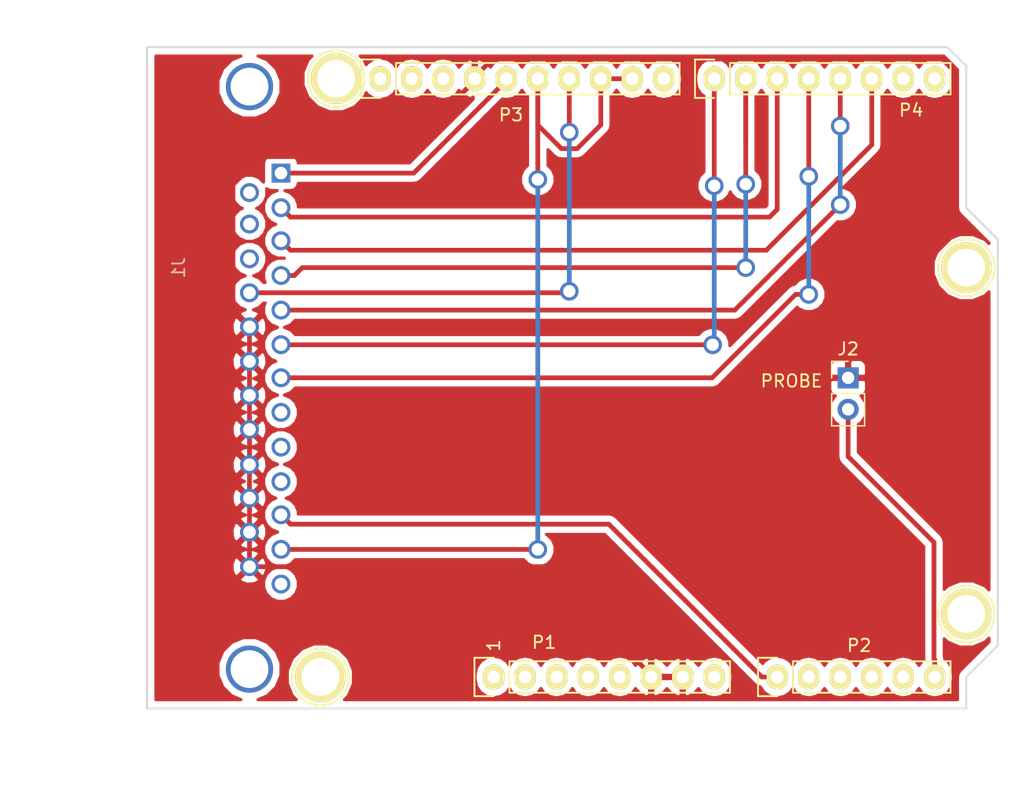
<source format=kicad_pcb>
(kicad_pcb (version 20170123) (host pcbnew "(2017-06-11 revision 44b118f8c)-makepkg")

  (general
    (links 24)
    (no_connects 0)
    (area 28.655518 19.685 111.842334 83.185001)
    (thickness 1.6)
    (drawings 27)
    (tracks 92)
    (zones 0)
    (modules 10)
    (nets 40)
  )

  (page User 210.007 148.006)
  (title_block
    (date 2017-06-10)
  )

  (layers
    (0 F.Cu signal)
    (31 B.Cu signal)
    (32 B.Adhes user)
    (33 F.Adhes user)
    (34 B.Paste user)
    (35 F.Paste user)
    (36 B.SilkS user)
    (37 F.SilkS user)
    (38 B.Mask user)
    (39 F.Mask user)
    (40 Dwgs.User user)
    (41 Cmts.User user)
    (42 Eco1.User user)
    (43 Eco2.User user)
    (44 Edge.Cuts user)
    (45 Margin user)
    (46 B.CrtYd user)
    (47 F.CrtYd user)
    (48 B.Fab user)
    (49 F.Fab user)
  )

  (setup
    (last_trace_width 0.381)
    (trace_clearance 0.381)
    (zone_clearance 0.508)
    (zone_45_only no)
    (trace_min 0.2)
    (segment_width 0.15)
    (edge_width 0.15)
    (via_size 1.5)
    (via_drill 1)
    (via_min_size 0.4)
    (via_min_drill 0.3)
    (uvia_size 0.3)
    (uvia_drill 0.1)
    (uvias_allowed no)
    (uvia_min_size 0.2)
    (uvia_min_drill 0.1)
    (pcb_text_width 0.3)
    (pcb_text_size 1.5 1.5)
    (mod_edge_width 0.15)
    (mod_text_size 1 1)
    (mod_text_width 0.15)
    (pad_size 4.064 4.064)
    (pad_drill 3.048)
    (pad_to_mask_clearance 0)
    (aux_axis_origin 110.998 126.365)
    (grid_origin 110.998 126.365)
    (visible_elements 7FFFFFFF)
    (pcbplotparams
      (layerselection 0x03030_ffffffff)
      (usegerberextensions false)
      (excludeedgelayer true)
      (linewidth 0.100000)
      (plotframeref false)
      (viasonmask false)
      (mode 1)
      (useauxorigin false)
      (hpglpennumber 1)
      (hpglpenspeed 20)
      (hpglpendiameter 15)
      (psnegative false)
      (psa4output false)
      (plotreference true)
      (plotvalue true)
      (plotinvisibletext false)
      (padsonsilk false)
      (subtractmaskfromsilk false)
      (outputformat 1)
      (mirror false)
      (drillshape 0)
      (scaleselection 1)
      (outputdirectory gc/))
  )

  (net 0 "")
  (net 1 /IOREF)
  (net 2 /Reset)
  (net 3 +5V)
  (net 4 GND)
  (net 5 /Vin)
  (net 6 "Net-(P5-Pad1)")
  (net 7 "Net-(P6-Pad1)")
  (net 8 "Net-(P7-Pad1)")
  (net 9 "Net-(P8-Pad1)")
  (net 10 "Net-(P1-Pad1)")
  (net 11 +3V3)
  (net 12 Spindle_PWM)
  (net 13 "Relay3(not_used)")
  (net 14 "IN(not_used)")
  (net 15 "Relay2(not_used)")
  (net 16 "RefSwitch4(not_used)")
  (net 17 RefSwitchXYZ)
  (net 18 EmergencyStop)
  (net 19 "Step4(not_used)")
  (net 20 "Dir4(not_used)")
  (net 21 StepZ)
  (net 22 DirZ)
  (net 23 StepY)
  (net 24 DirY)
  (net 25 StepX)
  (net 26 DirX)
  (net 27 Spindle_Enable)
  (net 28 "Feed_Hold(not_used)")
  (net 29 "Cycle_Start/Resume(not_used)")
  (net 30 "Coolant_Enable(not_used)")
  (net 31 "Net-(P2-Pad5)")
  (net 32 "Net-(P3-Pad1)")
  (net 33 "Net-(P3-Pad2)")
  (net 34 "Net-(P3-Pad3)")
  (net 35 "Stepper_Enable(not_used)")
  (net 36 "Net-(P4-Pad7)")
  (net 37 "Net-(P4-Pad8)")
  (net 38 "ToolLength(not_used)")
  (net 39 Probe)

  (net_class Default "This is the default net class."
    (clearance 0.381)
    (trace_width 0.381)
    (via_dia 1.5)
    (via_drill 1)
    (uvia_dia 0.3)
    (uvia_drill 0.1)
    (add_net +3V3)
    (add_net +5V)
    (add_net /IOREF)
    (add_net /Reset)
    (add_net /Vin)
    (add_net "Coolant_Enable(not_used)")
    (add_net "Cycle_Start/Resume(not_used)")
    (add_net "Dir4(not_used)")
    (add_net DirX)
    (add_net DirY)
    (add_net DirZ)
    (add_net EmergencyStop)
    (add_net "Feed_Hold(not_used)")
    (add_net GND)
    (add_net "IN(not_used)")
    (add_net "Net-(P1-Pad1)")
    (add_net "Net-(P2-Pad5)")
    (add_net "Net-(P3-Pad1)")
    (add_net "Net-(P3-Pad2)")
    (add_net "Net-(P3-Pad3)")
    (add_net "Net-(P4-Pad7)")
    (add_net "Net-(P4-Pad8)")
    (add_net "Net-(P5-Pad1)")
    (add_net "Net-(P6-Pad1)")
    (add_net "Net-(P7-Pad1)")
    (add_net "Net-(P8-Pad1)")
    (add_net Probe)
    (add_net "RefSwitch4(not_used)")
    (add_net RefSwitchXYZ)
    (add_net "Relay2(not_used)")
    (add_net "Relay3(not_used)")
    (add_net Spindle_Enable)
    (add_net Spindle_PWM)
    (add_net "Step4(not_used)")
    (add_net StepX)
    (add_net StepY)
    (add_net StepZ)
    (add_net "Stepper_Enable(not_used)")
    (add_net "ToolLength(not_used)")
  )

  (module Pin_Headers:Pin_Header_Straight_1x02_Pitch2.54mm (layer F.Cu) (tedit 593DF7BF) (tstamp 593D7B02)
    (at 97.028 50.165)
    (descr "Through hole straight pin header, 1x02, 2.54mm pitch, single row")
    (tags "Through hole pin header THT 1x02 2.54mm single row")
    (path /593D487A)
    (fp_text reference J2 (at 0 -2.33) (layer F.SilkS)
      (effects (font (size 1 1) (thickness 0.15)))
    )
    (fp_text value PROBE (at -4.572 0.254) (layer F.SilkS)
      (effects (font (size 1 1) (thickness 0.15)))
    )
    (fp_text user %R (at 0 -2.33) (layer F.Fab)
      (effects (font (size 1 1) (thickness 0.15)))
    )
    (fp_line (start 1.8 -1.8) (end -1.8 -1.8) (layer F.CrtYd) (width 0.05))
    (fp_line (start 1.8 4.35) (end 1.8 -1.8) (layer F.CrtYd) (width 0.05))
    (fp_line (start -1.8 4.35) (end 1.8 4.35) (layer F.CrtYd) (width 0.05))
    (fp_line (start -1.8 -1.8) (end -1.8 4.35) (layer F.CrtYd) (width 0.05))
    (fp_line (start -1.33 -1.33) (end 0 -1.33) (layer F.SilkS) (width 0.12))
    (fp_line (start -1.33 0) (end -1.33 -1.33) (layer F.SilkS) (width 0.12))
    (fp_line (start 1.33 1.27) (end -1.33 1.27) (layer F.SilkS) (width 0.12))
    (fp_line (start 1.33 3.87) (end 1.33 1.27) (layer F.SilkS) (width 0.12))
    (fp_line (start -1.33 3.87) (end 1.33 3.87) (layer F.SilkS) (width 0.12))
    (fp_line (start -1.33 1.27) (end -1.33 3.87) (layer F.SilkS) (width 0.12))
    (fp_line (start 1.27 -1.27) (end -1.27 -1.27) (layer F.Fab) (width 0.1))
    (fp_line (start 1.27 3.81) (end 1.27 -1.27) (layer F.Fab) (width 0.1))
    (fp_line (start -1.27 3.81) (end 1.27 3.81) (layer F.Fab) (width 0.1))
    (fp_line (start -1.27 -1.27) (end -1.27 3.81) (layer F.Fab) (width 0.1))
    (pad 2 thru_hole oval (at 0 2.54) (size 1.7 1.7) (drill 1) (layers *.Cu *.Mask)
      (net 39 Probe))
    (pad 1 thru_hole rect (at 0 0) (size 1.7 1.7) (drill 1) (layers *.Cu *.Mask)
      (net 4 GND))
    (model ${KISYS3DMOD}/Pin_Headers.3dshapes/Pin_Header_Straight_1x02_Pitch2.54mm.wrl
      (at (xyz 0 -0.05 0))
      (scale (xyz 1 1 1))
      (rotate (xyz 0 0 90))
    )
  )

  (module Socket_Arduino_Uno:Socket_Strip_Arduino_1x08 locked (layer F.Cu) (tedit 552168D2) (tstamp 551AF9EA)
    (at 68.453 74.295)
    (descr "Through hole socket strip")
    (tags "socket strip")
    (path /56D70129)
    (fp_text reference P1 (at 4.064 -2.794) (layer F.SilkS)
      (effects (font (size 1 1) (thickness 0.15)))
    )
    (fp_text value Power (at 3.937 -4.953) (layer F.Fab)
      (effects (font (size 1 1) (thickness 0.15)))
    )
    (fp_line (start -1.75 -1.75) (end -1.75 1.75) (layer F.CrtYd) (width 0.05))
    (fp_line (start 19.55 -1.75) (end 19.55 1.75) (layer F.CrtYd) (width 0.05))
    (fp_line (start -1.75 -1.75) (end 19.55 -1.75) (layer F.CrtYd) (width 0.05))
    (fp_line (start -1.75 1.75) (end 19.55 1.75) (layer F.CrtYd) (width 0.05))
    (fp_line (start 1.27 1.27) (end 19.05 1.27) (layer F.SilkS) (width 0.15))
    (fp_line (start 19.05 1.27) (end 19.05 -1.27) (layer F.SilkS) (width 0.15))
    (fp_line (start 19.05 -1.27) (end 1.27 -1.27) (layer F.SilkS) (width 0.15))
    (fp_line (start -1.55 1.55) (end 0 1.55) (layer F.SilkS) (width 0.15))
    (fp_line (start 1.27 1.27) (end 1.27 -1.27) (layer F.SilkS) (width 0.15))
    (fp_line (start 0 -1.55) (end -1.55 -1.55) (layer F.SilkS) (width 0.15))
    (fp_line (start -1.55 -1.55) (end -1.55 1.55) (layer F.SilkS) (width 0.15))
    (pad 1 thru_hole oval (at 0 0) (size 1.7272 2.032) (drill 1.016) (layers *.Cu *.Mask F.SilkS)
      (net 10 "Net-(P1-Pad1)"))
    (pad 2 thru_hole oval (at 2.54 0) (size 1.7272 2.032) (drill 1.016) (layers *.Cu *.Mask F.SilkS)
      (net 1 /IOREF))
    (pad 3 thru_hole oval (at 5.08 0) (size 1.7272 2.032) (drill 1.016) (layers *.Cu *.Mask F.SilkS)
      (net 2 /Reset))
    (pad 4 thru_hole oval (at 7.62 0) (size 1.7272 2.032) (drill 1.016) (layers *.Cu *.Mask F.SilkS)
      (net 11 +3V3))
    (pad 5 thru_hole oval (at 10.16 0) (size 1.7272 2.032) (drill 1.016) (layers *.Cu *.Mask F.SilkS)
      (net 3 +5V))
    (pad 6 thru_hole oval (at 12.7 0) (size 1.7272 2.032) (drill 1.016) (layers *.Cu *.Mask F.SilkS)
      (net 4 GND))
    (pad 7 thru_hole oval (at 15.24 0) (size 1.7272 2.032) (drill 1.016) (layers *.Cu *.Mask F.SilkS)
      (net 4 GND))
    (pad 8 thru_hole oval (at 17.78 0) (size 1.7272 2.032) (drill 1.016) (layers *.Cu *.Mask F.SilkS)
      (net 5 /Vin))
    (model ${KIPRJMOD}/Socket_Arduino_Uno.3dshapes/Socket_header_Arduino_1x08.wrl
      (at (xyz 0.35 0 0))
      (scale (xyz 1 1 1))
      (rotate (xyz 0 0 180))
    )
  )

  (module Socket_Arduino_Uno:Socket_Strip_Arduino_1x06 locked (layer F.Cu) (tedit 552168D6) (tstamp 551AF9FF)
    (at 91.313 74.295)
    (descr "Through hole socket strip")
    (tags "socket strip")
    (path /56D70DD8)
    (fp_text reference P2 (at 6.604 -2.54) (layer F.SilkS)
      (effects (font (size 1 1) (thickness 0.15)))
    )
    (fp_text value Analog (at 4.953 -4.318) (layer F.Fab)
      (effects (font (size 1 1) (thickness 0.15)))
    )
    (fp_line (start -1.75 -1.75) (end -1.75 1.75) (layer F.CrtYd) (width 0.05))
    (fp_line (start 14.45 -1.75) (end 14.45 1.75) (layer F.CrtYd) (width 0.05))
    (fp_line (start -1.75 -1.75) (end 14.45 -1.75) (layer F.CrtYd) (width 0.05))
    (fp_line (start -1.75 1.75) (end 14.45 1.75) (layer F.CrtYd) (width 0.05))
    (fp_line (start 1.27 1.27) (end 13.97 1.27) (layer F.SilkS) (width 0.15))
    (fp_line (start 13.97 1.27) (end 13.97 -1.27) (layer F.SilkS) (width 0.15))
    (fp_line (start 13.97 -1.27) (end 1.27 -1.27) (layer F.SilkS) (width 0.15))
    (fp_line (start -1.55 1.55) (end 0 1.55) (layer F.SilkS) (width 0.15))
    (fp_line (start 1.27 1.27) (end 1.27 -1.27) (layer F.SilkS) (width 0.15))
    (fp_line (start 0 -1.55) (end -1.55 -1.55) (layer F.SilkS) (width 0.15))
    (fp_line (start -1.55 -1.55) (end -1.55 1.55) (layer F.SilkS) (width 0.15))
    (pad 1 thru_hole oval (at 0 0) (size 1.7272 2.032) (drill 1.016) (layers *.Cu *.Mask F.SilkS)
      (net 18 EmergencyStop))
    (pad 2 thru_hole oval (at 2.54 0) (size 1.7272 2.032) (drill 1.016) (layers *.Cu *.Mask F.SilkS)
      (net 28 "Feed_Hold(not_used)"))
    (pad 3 thru_hole oval (at 5.08 0) (size 1.7272 2.032) (drill 1.016) (layers *.Cu *.Mask F.SilkS)
      (net 29 "Cycle_Start/Resume(not_used)"))
    (pad 4 thru_hole oval (at 7.62 0) (size 1.7272 2.032) (drill 1.016) (layers *.Cu *.Mask F.SilkS)
      (net 30 "Coolant_Enable(not_used)"))
    (pad 5 thru_hole oval (at 10.16 0) (size 1.7272 2.032) (drill 1.016) (layers *.Cu *.Mask F.SilkS)
      (net 31 "Net-(P2-Pad5)"))
    (pad 6 thru_hole oval (at 12.7 0) (size 1.7272 2.032) (drill 1.016) (layers *.Cu *.Mask F.SilkS)
      (net 39 Probe))
    (model ${KIPRJMOD}/Socket_Arduino_Uno.3dshapes/Socket_header_Arduino_1x06.wrl
      (at (xyz 0.25 0 0))
      (scale (xyz 1 1 1))
      (rotate (xyz 0 0 180))
    )
  )

  (module Socket_Arduino_Uno:Socket_Strip_Arduino_1x10 locked (layer F.Cu) (tedit 552168BF) (tstamp 551AFA18)
    (at 59.309 26.035)
    (descr "Through hole socket strip")
    (tags "socket strip")
    (path /56D721E0)
    (fp_text reference P3 (at 10.541 2.921) (layer F.SilkS)
      (effects (font (size 1 1) (thickness 0.15)))
    )
    (fp_text value Digital (at 9.652 4.445) (layer F.Fab)
      (effects (font (size 1 1) (thickness 0.15)))
    )
    (fp_line (start -1.75 -1.75) (end -1.75 1.75) (layer F.CrtYd) (width 0.05))
    (fp_line (start 24.65 -1.75) (end 24.65 1.75) (layer F.CrtYd) (width 0.05))
    (fp_line (start -1.75 -1.75) (end 24.65 -1.75) (layer F.CrtYd) (width 0.05))
    (fp_line (start -1.75 1.75) (end 24.65 1.75) (layer F.CrtYd) (width 0.05))
    (fp_line (start 1.27 1.27) (end 24.13 1.27) (layer F.SilkS) (width 0.15))
    (fp_line (start 24.13 1.27) (end 24.13 -1.27) (layer F.SilkS) (width 0.15))
    (fp_line (start 24.13 -1.27) (end 1.27 -1.27) (layer F.SilkS) (width 0.15))
    (fp_line (start -1.55 1.55) (end 0 1.55) (layer F.SilkS) (width 0.15))
    (fp_line (start 1.27 1.27) (end 1.27 -1.27) (layer F.SilkS) (width 0.15))
    (fp_line (start 0 -1.55) (end -1.55 -1.55) (layer F.SilkS) (width 0.15))
    (fp_line (start -1.55 -1.55) (end -1.55 1.55) (layer F.SilkS) (width 0.15))
    (pad 1 thru_hole oval (at 0 0) (size 1.7272 2.032) (drill 1.016) (layers *.Cu *.Mask F.SilkS)
      (net 32 "Net-(P3-Pad1)"))
    (pad 2 thru_hole oval (at 2.54 0) (size 1.7272 2.032) (drill 1.016) (layers *.Cu *.Mask F.SilkS)
      (net 33 "Net-(P3-Pad2)"))
    (pad 3 thru_hole oval (at 5.08 0) (size 1.7272 2.032) (drill 1.016) (layers *.Cu *.Mask F.SilkS)
      (net 34 "Net-(P3-Pad3)"))
    (pad 4 thru_hole oval (at 7.62 0) (size 1.7272 2.032) (drill 1.016) (layers *.Cu *.Mask F.SilkS)
      (net 4 GND))
    (pad 5 thru_hole oval (at 10.16 0) (size 1.7272 2.032) (drill 1.016) (layers *.Cu *.Mask F.SilkS)
      (net 27 Spindle_Enable))
    (pad 6 thru_hole oval (at 12.7 0) (size 1.7272 2.032) (drill 1.016) (layers *.Cu *.Mask F.SilkS)
      (net 17 RefSwitchXYZ))
    (pad 7 thru_hole oval (at 15.24 0) (size 1.7272 2.032) (drill 1.016) (layers *.Cu *.Mask F.SilkS)
      (net 12 Spindle_PWM))
    (pad 8 thru_hole oval (at 17.78 0) (size 1.7272 2.032) (drill 1.016) (layers *.Cu *.Mask F.SilkS)
      (net 17 RefSwitchXYZ))
    (pad 9 thru_hole oval (at 20.32 0) (size 1.7272 2.032) (drill 1.016) (layers *.Cu *.Mask F.SilkS)
      (net 17 RefSwitchXYZ))
    (pad 10 thru_hole oval (at 22.86 0) (size 1.7272 2.032) (drill 1.016) (layers *.Cu *.Mask F.SilkS)
      (net 35 "Stepper_Enable(not_used)"))
    (model ${KIPRJMOD}/Socket_Arduino_Uno.3dshapes/Socket_header_Arduino_1x10.wrl
      (at (xyz 0.45 0 0))
      (scale (xyz 1 1 1))
      (rotate (xyz 0 0 180))
    )
  )

  (module Socket_Arduino_Uno:Socket_Strip_Arduino_1x08 locked (layer F.Cu) (tedit 552168C7) (tstamp 551AFA2F)
    (at 86.233 26.035)
    (descr "Through hole socket strip")
    (tags "socket strip")
    (path /56D7164F)
    (fp_text reference P4 (at 15.875 2.54) (layer F.SilkS)
      (effects (font (size 1 1) (thickness 0.15)))
    )
    (fp_text value Digital (at 15.875 4.445) (layer F.Fab)
      (effects (font (size 1 1) (thickness 0.15)))
    )
    (fp_line (start -1.75 -1.75) (end -1.75 1.75) (layer F.CrtYd) (width 0.05))
    (fp_line (start 19.55 -1.75) (end 19.55 1.75) (layer F.CrtYd) (width 0.05))
    (fp_line (start -1.75 -1.75) (end 19.55 -1.75) (layer F.CrtYd) (width 0.05))
    (fp_line (start -1.75 1.75) (end 19.55 1.75) (layer F.CrtYd) (width 0.05))
    (fp_line (start 1.27 1.27) (end 19.05 1.27) (layer F.SilkS) (width 0.15))
    (fp_line (start 19.05 1.27) (end 19.05 -1.27) (layer F.SilkS) (width 0.15))
    (fp_line (start 19.05 -1.27) (end 1.27 -1.27) (layer F.SilkS) (width 0.15))
    (fp_line (start -1.55 1.55) (end 0 1.55) (layer F.SilkS) (width 0.15))
    (fp_line (start 1.27 1.27) (end 1.27 -1.27) (layer F.SilkS) (width 0.15))
    (fp_line (start 0 -1.55) (end -1.55 -1.55) (layer F.SilkS) (width 0.15))
    (fp_line (start -1.55 -1.55) (end -1.55 1.55) (layer F.SilkS) (width 0.15))
    (pad 1 thru_hole oval (at 0 0) (size 1.7272 2.032) (drill 1.016) (layers *.Cu *.Mask F.SilkS)
      (net 22 DirZ))
    (pad 2 thru_hole oval (at 2.54 0) (size 1.7272 2.032) (drill 1.016) (layers *.Cu *.Mask F.SilkS)
      (net 24 DirY))
    (pad 3 thru_hole oval (at 5.08 0) (size 1.7272 2.032) (drill 1.016) (layers *.Cu *.Mask F.SilkS)
      (net 26 DirX))
    (pad 4 thru_hole oval (at 7.62 0) (size 1.7272 2.032) (drill 1.016) (layers *.Cu *.Mask F.SilkS)
      (net 21 StepZ))
    (pad 5 thru_hole oval (at 10.16 0) (size 1.7272 2.032) (drill 1.016) (layers *.Cu *.Mask F.SilkS)
      (net 23 StepY))
    (pad 6 thru_hole oval (at 12.7 0) (size 1.7272 2.032) (drill 1.016) (layers *.Cu *.Mask F.SilkS)
      (net 25 StepX))
    (pad 7 thru_hole oval (at 15.24 0) (size 1.7272 2.032) (drill 1.016) (layers *.Cu *.Mask F.SilkS)
      (net 36 "Net-(P4-Pad7)"))
    (pad 8 thru_hole oval (at 17.78 0) (size 1.7272 2.032) (drill 1.016) (layers *.Cu *.Mask F.SilkS)
      (net 37 "Net-(P4-Pad8)"))
    (model ${KIPRJMOD}/Socket_Arduino_Uno.3dshapes/Socket_header_Arduino_1x08.wrl
      (at (xyz 0.35 0 0))
      (scale (xyz 1 1 1))
      (rotate (xyz 0 0 180))
    )
  )

  (module Socket_Arduino_Uno:Arduino_1pin locked (layer F.Cu) (tedit 5524FC39) (tstamp 5524FC3F)
    (at 54.483 74.295)
    (descr "module 1 pin (ou trou mecanique de percage)")
    (tags DEV)
    (path /56D71177)
    (fp_text reference P5 (at 0 -3.048) (layer F.SilkS) hide
      (effects (font (size 1 1) (thickness 0.15)))
    )
    (fp_text value CONN_01X01 (at 0 2.794) (layer F.Fab) hide
      (effects (font (size 1 1) (thickness 0.15)))
    )
    (fp_circle (center 0 0) (end 0 -2.286) (layer F.SilkS) (width 0.15))
    (pad 1 thru_hole circle (at 0 0) (size 4.064 4.064) (drill 3.048) (layers *.Cu *.Mask F.SilkS)
      (net 6 "Net-(P5-Pad1)"))
  )

  (module Socket_Arduino_Uno:Arduino_1pin locked (layer F.Cu) (tedit 5524FC4A) (tstamp 5524FC44)
    (at 106.553 69.215)
    (descr "module 1 pin (ou trou mecanique de percage)")
    (tags DEV)
    (path /56D71274)
    (fp_text reference P6 (at 0 -3.048) (layer F.SilkS) hide
      (effects (font (size 1 1) (thickness 0.15)))
    )
    (fp_text value CONN_01X01 (at 0 2.794) (layer F.Fab) hide
      (effects (font (size 1 1) (thickness 0.15)))
    )
    (fp_circle (center 0 0) (end 0 -2.286) (layer F.SilkS) (width 0.15))
    (pad 1 thru_hole circle (at 0 0) (size 4.064 4.064) (drill 3.048) (layers *.Cu *.Mask F.SilkS)
      (net 7 "Net-(P6-Pad1)"))
  )

  (module Socket_Arduino_Uno:Arduino_1pin locked (layer F.Cu) (tedit 5524FC2F) (tstamp 5524FC49)
    (at 55.753 26.035)
    (descr "module 1 pin (ou trou mecanique de percage)")
    (tags DEV)
    (path /56D712A8)
    (fp_text reference P7 (at 0 -3.048) (layer F.SilkS) hide
      (effects (font (size 1 1) (thickness 0.15)))
    )
    (fp_text value CONN_01X01 (at 0 2.794) (layer F.Fab) hide
      (effects (font (size 1 1) (thickness 0.15)))
    )
    (fp_circle (center 0 0) (end 0 -2.286) (layer F.SilkS) (width 0.15))
    (pad 1 thru_hole circle (at 0 0) (size 4.064 4.064) (drill 3.048) (layers *.Cu *.Mask F.SilkS)
      (net 8 "Net-(P7-Pad1)"))
  )

  (module Socket_Arduino_Uno:Arduino_1pin locked (layer F.Cu) (tedit 5524FC41) (tstamp 5524FC4E)
    (at 106.553 41.275)
    (descr "module 1 pin (ou trou mecanique de percage)")
    (tags DEV)
    (path /56D712DB)
    (fp_text reference P8 (at 0 -3.048) (layer F.SilkS) hide
      (effects (font (size 1 1) (thickness 0.15)))
    )
    (fp_text value CONN_01X01 (at 0 2.794) (layer F.Fab) hide
      (effects (font (size 1 1) (thickness 0.15)))
    )
    (fp_circle (center 0 0) (end 0 -2.286) (layer F.SilkS) (width 0.15))
    (pad 1 thru_hole circle (at 0 0) (size 4.064 4.064) (drill 3.048) (layers *.Cu *.Mask F.SilkS)
      (net 9 "Net-(P8-Pad1)"))
  )

  (module Connectors:DB25FC (layer B.Cu) (tedit 593DE496) (tstamp 593D3A55)
    (at 51.308 33.65 270)
    (descr "Connecteur DB25 femelle couche")
    (tags "CONN DB25")
    (path /593C3D25)
    (fp_text reference J1 (at 7.625 8.255 270) (layer B.SilkS)
      (effects (font (size 1 1) (thickness 0.15)) (justify mirror))
    )
    (fp_text value "LPT Female Plug" (at 16.51 6.858 270) (layer B.Fab)
      (effects (font (size 1 1) (thickness 0.15)) (justify mirror))
    )
    (fp_line (start 43.43 -1.52) (end -10.41 -1.52) (layer B.CrtYd) (width 0.05))
    (fp_line (start 43.43 -1.52) (end 43.43 19.93) (layer B.CrtYd) (width 0.05))
    (fp_line (start -10.41 19.93) (end -10.41 -1.52) (layer B.CrtYd) (width 0.05))
    (fp_line (start -10.41 19.93) (end 43.43 19.93) (layer B.CrtYd) (width 0.05))
    (fp_line (start -10.16 -1.27) (end -2.54 -1.27) (layer B.Fab) (width 0.1))
    (fp_line (start -3.81 19.68) (end 36.83 19.68) (layer B.Fab) (width 0.1))
    (fp_line (start -3.81 9.53) (end 36.83 9.53) (layer B.Fab) (width 0.1))
    (fp_line (start 35.56 -1.27) (end 43.18 -1.27) (layer B.Fab) (width 0.1))
    (fp_line (start -10.16 12.7) (end 43.18 12.7) (layer B.Fab) (width 0.1))
    (fp_line (start -10.16 13.97) (end -10.16 12.7) (layer B.Fab) (width 0.1))
    (fp_line (start 43.18 13.97) (end -10.16 13.97) (layer B.Fab) (width 0.1))
    (fp_line (start 43.18 12.7) (end 43.18 13.97) (layer B.Fab) (width 0.1))
    (fp_line (start -3.81 19.68) (end -3.81 13.97) (layer B.Fab) (width 0.1))
    (fp_line (start 36.83 19.68) (end 36.83 13.97) (layer B.Fab) (width 0.1))
    (fp_line (start -3.81 9.53) (end -3.81 12.7) (layer B.Fab) (width 0.1))
    (fp_line (start 36.83 9.53) (end 36.83 12.7) (layer B.Fab) (width 0.1))
    (fp_line (start -10.16 7.62) (end -2.54 7.62) (layer B.Fab) (width 0.1))
    (fp_line (start 43.18 7.62) (end 35.56 7.62) (layer B.Fab) (width 0.1))
    (fp_line (start -10.16 -1.27) (end -10.16 12.7) (layer B.Fab) (width 0.1))
    (fp_line (start -2.54 7.62) (end -2.54 -1.27) (layer B.Fab) (width 0.1))
    (fp_line (start -4.44 12.7) (end -4.44 7.62) (layer B.Fab) (width 0.1))
    (fp_line (start 37.47 12.7) (end 37.47 7.62) (layer B.Fab) (width 0.1))
    (fp_line (start 35.56 7.62) (end 35.56 -1.27) (layer B.Fab) (width 0.1))
    (fp_line (start 43.18 12.7) (end 43.18 -1.27) (layer B.Fab) (width 0.1))
    (pad 25 thru_hole circle (at 31.75 2.54 270) (size 1.52 1.52) (drill 1.02) (layers *.Cu *.Mask)
      (net 4 GND))
    (pad 24 thru_hole circle (at 28.96 2.54 270) (size 1.52 1.52) (drill 1.02) (layers *.Cu *.Mask)
      (net 4 GND))
    (pad 23 thru_hole circle (at 26.21 2.54 270) (size 1.52 1.52) (drill 1.02) (layers *.Cu *.Mask)
      (net 4 GND))
    (pad 22 thru_hole circle (at 23.52 2.54 270) (size 1.52 1.52) (drill 1.02) (layers *.Cu *.Mask)
      (net 4 GND))
    (pad 21 thru_hole circle (at 20.68 2.54 270) (size 1.52 1.52) (drill 1.02) (layers *.Cu *.Mask)
      (net 4 GND))
    (pad 20 thru_hole circle (at 17.93 2.54 270) (size 1.52 1.52) (drill 1.02) (layers *.Cu *.Mask)
      (net 4 GND))
    (pad 19 thru_hole circle (at 15.19 2.54 270) (size 1.52 1.52) (drill 1.02) (layers *.Cu *.Mask)
      (net 4 GND))
    (pad 18 thru_hole circle (at 12.4 2.54 270) (size 1.52 1.52) (drill 1.02) (layers *.Cu *.Mask)
      (net 4 GND))
    (pad 17 thru_hole circle (at 9.65 2.54 270) (size 1.52 1.52) (drill 1.02) (layers *.Cu *.Mask)
      (net 12 Spindle_PWM))
    (pad 16 thru_hole circle (at 6.91 2.54 270) (size 1.52 1.52) (drill 1.02) (layers *.Cu *.Mask)
      (net 13 "Relay3(not_used)"))
    (pad 15 thru_hole circle (at 4.11 2.54 270) (size 1.52 1.52) (drill 1.02) (layers *.Cu *.Mask)
      (net 14 "IN(not_used)"))
    (pad 14 thru_hole circle (at 1.57 2.54 270) (size 1.52 1.52) (drill 1.02) (layers *.Cu *.Mask)
      (net 15 "Relay2(not_used)"))
    (pad 13 thru_hole circle (at 33.15 0 270) (size 1.52 1.52) (drill 1.02) (layers *.Cu *.Mask)
      (net 16 "RefSwitch4(not_used)"))
    (pad 12 thru_hole circle (at 30.35 0 270) (size 1.52 1.52) (drill 1.02) (layers *.Cu *.Mask)
      (net 17 RefSwitchXYZ))
    (pad 11 thru_hole circle (at 27.56 0 270) (size 1.52 1.52) (drill 1.02) (layers *.Cu *.Mask)
      (net 18 EmergencyStop))
    (pad 10 thru_hole circle (at 24.89 0 270) (size 1.52 1.52) (drill 1.02) (layers *.Cu *.Mask)
      (net 38 "ToolLength(not_used)"))
    (pad 9 thru_hole circle (at 22.1 0 270) (size 1.52 1.52) (drill 1.02) (layers *.Cu *.Mask)
      (net 19 "Step4(not_used)"))
    (pad 8 thru_hole circle (at 19.3 0 270) (size 1.52 1.52) (drill 1.02) (layers *.Cu *.Mask)
      (net 20 "Dir4(not_used)"))
    (pad 7 thru_hole circle (at 16.51 0 270) (size 1.52 1.52) (drill 1.02) (layers *.Cu *.Mask)
      (net 21 StepZ))
    (pad 6 thru_hole circle (at 13.84 0 270) (size 1.52 1.52) (drill 1.02) (layers *.Cu *.Mask)
      (net 22 DirZ))
    (pad 5 thru_hole circle (at 11.05 0 270) (size 1.52 1.52) (drill 1.02) (layers *.Cu *.Mask)
      (net 23 StepY))
    (pad 4 thru_hole circle (at 8.26 0 270) (size 1.52 1.52) (drill 1.02) (layers *.Cu *.Mask)
      (net 24 DirY))
    (pad 3 thru_hole circle (at 5.46 0 270) (size 1.52 1.52) (drill 1.02) (layers *.Cu *.Mask)
      (net 25 StepX))
    (pad 2 thru_hole circle (at 2.79 0 270) (size 1.52 1.52) (drill 1.02) (layers *.Cu *.Mask)
      (net 26 DirX))
    (pad 1 thru_hole rect (at 0 0 270) (size 1.52 1.52) (drill 1.02) (layers *.Cu *.Mask)
      (net 27 Spindle_Enable))
    (pad "" thru_hole circle (at -6.98 2.54 270) (size 3.81 3.81) (drill 3.05) (layers *.Cu *.Mask))
    (pad "" thru_hole circle (at 40.01 2.54 270) (size 3.81 3.81) (drill 3.05) (layers *.Cu *.Mask))
    (model Connectors.3dshapes/DB25FC.wrl
      (at (xyz 0.65 0.05 0))
      (scale (xyz 1 1 1))
      (rotate (xyz 0 0 0))
    )
  )

  (gr_text 1 (at 68.453 71.755 90) (layer F.SilkS)
    (effects (font (size 1 1) (thickness 0.15)))
  )
  (gr_circle (center 46.863 27.432) (end 48.133 27.432) (layer Dwgs.User) (width 0.15))
  (gr_line (start 43.942 29.464) (end 43.942 25.4) (angle 90) (layer Dwgs.User) (width 0.15))
  (gr_line (start 49.784 29.464) (end 43.942 29.464) (angle 90) (layer Dwgs.User) (width 0.15))
  (gr_line (start 49.784 25.4) (end 49.784 29.464) (angle 90) (layer Dwgs.User) (width 0.15))
  (gr_line (start 43.942 25.4) (end 49.784 25.4) (angle 90) (layer Dwgs.User) (width 0.15))
  (gr_line (start 50.038 44.370558) (end 34.163 44.370558) (angle 90) (layer Dwgs.User) (width 0.15))
  (gr_line (start 106.553 25.019) (end 105.029 23.495) (angle 90) (layer Edge.Cuts) (width 0.15))
  (gr_line (start 106.553 36.449) (end 106.553 25.019) (angle 90) (layer Edge.Cuts) (width 0.15))
  (gr_line (start 109.093 38.989) (end 106.553 36.449) (angle 90) (layer Edge.Cuts) (width 0.15))
  (gr_line (start 109.093 71.755) (end 109.093 38.989) (angle 90) (layer Edge.Cuts) (width 0.15))
  (gr_line (start 106.553 74.295) (end 109.093 71.755) (angle 90) (layer Edge.Cuts) (width 0.15))
  (gr_line (start 106.553 76.835) (end 106.553 74.295) (angle 90) (layer Edge.Cuts) (width 0.15))
  (gr_line (start 40.513 76.835) (end 106.553 76.835) (angle 90) (layer Edge.Cuts) (width 0.15))
  (gr_line (start 40.513 23.495) (end 40.513 76.835) (angle 90) (layer Edge.Cuts) (width 0.15))
  (gr_line (start 105.029 23.495) (end 40.513 23.495) (angle 90) (layer Edge.Cuts) (width 0.15))
  (gr_line (start 102.87 52.705) (end 102.87 45.085) (angle 90) (layer Dwgs.User) (width 0.15))
  (gr_line (start 107.95 52.705) (end 102.87 52.705) (angle 90) (layer Dwgs.User) (width 0.15))
  (gr_line (start 107.95 45.085) (end 107.95 52.705) (angle 90) (layer Dwgs.User) (width 0.15))
  (gr_line (start 102.87 45.085) (end 107.95 45.085) (angle 90) (layer Dwgs.User) (width 0.15))
  (gr_line (start 38.608 73.66) (end 38.608 64.77) (angle 90) (layer Dwgs.User) (width 0.15))
  (gr_line (start 51.943 73.66) (end 38.608 73.66) (angle 90) (layer Dwgs.User) (width 0.15))
  (gr_line (start 51.943 64.690558) (end 51.943 73.580558) (angle 90) (layer Dwgs.User) (width 0.15))
  (gr_line (start 38.608 64.690558) (end 51.943 64.690558) (angle 90) (layer Dwgs.User) (width 0.15))
  (gr_line (start 34.163 44.45) (end 34.163 33.02) (angle 90) (layer Dwgs.User) (width 0.15))
  (gr_line (start 50.038 32.940558) (end 50.038 44.370558) (angle 90) (layer Dwgs.User) (width 0.15))
  (gr_line (start 34.163 32.940558) (end 50.038 32.940558) (angle 90) (layer Dwgs.User) (width 0.15))

  (segment (start 105.44811 25.288158) (end 105.44811 38.671499) (width 0.381) (layer F.Cu) (net 4))
  (segment (start 105.44811 38.671499) (end 97.028 47.091609) (width 0.381) (layer F.Cu) (net 4))
  (segment (start 97.028 47.091609) (end 97.028 48.934) (width 0.381) (layer F.Cu) (net 4))
  (segment (start 97.028 48.934) (end 97.028 50.165) (width 0.381) (layer F.Cu) (net 4))
  (segment (start 66.929 26.035) (end 66.929 25.8826) (width 0.381) (layer F.Cu) (net 4))
  (segment (start 66.929 25.8826) (end 68.36411 24.44749) (width 0.381) (layer F.Cu) (net 4))
  (segment (start 68.36411 24.44749) (end 104.607442 24.44749) (width 0.381) (layer F.Cu) (net 4))
  (segment (start 104.607442 24.44749) (end 105.44811 25.288158) (width 0.381) (layer F.Cu) (net 4))
  (segment (start 81.153 74.295) (end 83.693 74.295) (width 0.381) (layer F.Cu) (net 4))
  (segment (start 48.768 65.4) (end 72.4104 65.4) (width 0.381) (layer F.Cu) (net 4))
  (segment (start 72.4104 65.4) (end 81.153 74.1426) (width 0.381) (layer F.Cu) (net 4))
  (segment (start 81.153 74.1426) (end 81.153 74.295) (width 0.381) (layer F.Cu) (net 4))
  (segment (start 48.768 46.05) (end 48.768 65.4) (width 0.381) (layer F.Cu) (net 4))
  (segment (start 66.929 26.035) (end 66.929 26.1874) (width 0.381) (layer F.Cu) (net 4))
  (segment (start 47.436499 44.718499) (end 48.008001 45.290001) (width 0.381) (layer F.Cu) (net 4))
  (segment (start 66.929 26.1874) (end 60.797901 32.318499) (width 0.381) (layer F.Cu) (net 4))
  (segment (start 60.797901 32.318499) (end 49.698879 32.318499) (width 0.381) (layer F.Cu) (net 4))
  (segment (start 49.698879 32.318499) (end 47.436499 34.580879) (width 0.381) (layer F.Cu) (net 4))
  (segment (start 47.436499 34.580879) (end 47.436499 44.718499) (width 0.381) (layer F.Cu) (net 4))
  (segment (start 48.008001 45.290001) (end 48.768 46.05) (width 0.381) (layer F.Cu) (net 4))
  (segment (start 66.929 26.1874) (end 63.7794 29.337) (width 0.381) (layer F.Cu) (net 4))
  (segment (start 74.549 30.353) (end 74.549 29.29234) (width 0.381) (layer F.Cu) (net 12))
  (segment (start 74.549 29.29234) (end 74.549 26.035) (width 0.381) (layer F.Cu) (net 12))
  (segment (start 74.549 43.18) (end 74.549 30.353) (width 0.381) (layer B.Cu) (net 12))
  (via (at 74.549 30.353) (size 1.5) (drill 1) (layers F.Cu B.Cu) (net 12))
  (segment (start 48.768 43.3) (end 74.429 43.3) (width 0.381) (layer F.Cu) (net 12))
  (segment (start 74.429 43.3) (end 74.549 43.18) (width 0.381) (layer F.Cu) (net 12))
  (via (at 74.549 43.18) (size 1.5) (drill 1) (layers F.Cu B.Cu) (net 12))
  (segment (start 72.009 27.432) (end 72.009 26.035) (width 0.381) (layer F.Cu) (net 17))
  (segment (start 72.009 29.768822) (end 72.009 27.432) (width 0.381) (layer F.Cu) (net 17))
  (segment (start 73.914679 31.674501) (end 72.009 29.768822) (width 0.381) (layer F.Cu) (net 17))
  (segment (start 75.183321 31.674501) (end 73.914679 31.674501) (width 0.381) (layer F.Cu) (net 17))
  (segment (start 77.089 29.768822) (end 75.183321 31.674501) (width 0.381) (layer F.Cu) (net 17))
  (segment (start 77.089 26.035) (end 77.089 29.768822) (width 0.381) (layer F.Cu) (net 17))
  (segment (start 72.009 64.008) (end 51.316 64.008) (width 0.381) (layer F.Cu) (net 17))
  (segment (start 51.316 64.008) (end 51.308 64) (width 0.381) (layer F.Cu) (net 17))
  (segment (start 72.009 34.163) (end 72.009 64.008) (width 0.381) (layer B.Cu) (net 17))
  (via (at 72.009 64.008) (size 1.5) (drill 1) (layers F.Cu B.Cu) (net 17))
  (segment (start 72.009 26.035) (end 72.009 34.163) (width 0.381) (layer F.Cu) (net 17))
  (via (at 72.009 34.163) (size 1.5) (drill 1) (layers F.Cu B.Cu) (net 17))
  (segment (start 77.089 26.035) (end 79.629 26.035) (width 0.381) (layer F.Cu) (net 17))
  (segment (start 51.308 61.21) (end 52.067999 61.969999) (width 0.381) (layer F.Cu) (net 18))
  (segment (start 52.067999 61.969999) (end 77.743399 61.969999) (width 0.381) (layer F.Cu) (net 18))
  (segment (start 77.743399 61.969999) (end 90.0684 74.295) (width 0.381) (layer F.Cu) (net 18))
  (segment (start 90.0684 74.295) (end 91.313 74.295) (width 0.381) (layer F.Cu) (net 18))
  (segment (start 93.853 43.434) (end 92.79234 43.434) (width 0.381) (layer F.Cu) (net 21))
  (segment (start 52.382802 50.16) (end 51.308 50.16) (width 0.381) (layer F.Cu) (net 21))
  (segment (start 92.79234 43.434) (end 86.06634 50.16) (width 0.381) (layer F.Cu) (net 21))
  (segment (start 86.06634 50.16) (end 52.382802 50.16) (width 0.381) (layer F.Cu) (net 21))
  (segment (start 93.853 33.909) (end 93.853 43.434) (width 0.381) (layer B.Cu) (net 21))
  (via (at 93.853 43.434) (size 1.5) (drill 1) (layers F.Cu B.Cu) (net 21))
  (segment (start 93.853 26.035) (end 93.853 33.909) (width 0.381) (layer F.Cu) (net 21))
  (via (at 93.853 33.909) (size 1.5) (drill 1) (layers F.Cu B.Cu) (net 21))
  (segment (start 86.106 47.498) (end 51.316 47.498) (width 0.381) (layer F.Cu) (net 22))
  (segment (start 51.316 47.498) (end 51.308 47.49) (width 0.381) (layer F.Cu) (net 22))
  (segment (start 86.233 34.671) (end 86.233 47.371) (width 0.381) (layer B.Cu) (net 22))
  (segment (start 86.233 47.371) (end 86.106 47.498) (width 0.381) (layer B.Cu) (net 22))
  (via (at 86.106 47.498) (size 1.5) (drill 1) (layers F.Cu B.Cu) (net 22))
  (segment (start 86.233 26.035) (end 86.233 34.671) (width 0.381) (layer F.Cu) (net 22))
  (via (at 86.233 34.671) (size 1.5) (drill 1) (layers F.Cu B.Cu) (net 22))
  (segment (start 96.393 29.845) (end 96.393 26.035) (width 0.381) (layer F.Cu) (net 23))
  (segment (start 96.393 36.195) (end 96.393 29.845) (width 0.381) (layer B.Cu) (net 23))
  (via (at 96.393 29.845) (size 1.5) (drill 1) (layers F.Cu B.Cu) (net 23))
  (segment (start 51.308 44.7) (end 87.888 44.7) (width 0.381) (layer F.Cu) (net 23))
  (segment (start 87.888 44.7) (end 96.393 36.195) (width 0.381) (layer F.Cu) (net 23))
  (via (at 96.393 36.195) (size 1.5) (drill 1) (layers F.Cu B.Cu) (net 23))
  (segment (start 51.308 41.91) (end 52.382802 41.91) (width 0.381) (layer F.Cu) (net 24))
  (segment (start 52.382802 41.91) (end 53.017802 41.275) (width 0.381) (layer F.Cu) (net 24))
  (segment (start 53.017802 41.275) (end 87.71234 41.275) (width 0.381) (layer F.Cu) (net 24))
  (segment (start 87.71234 41.275) (end 88.773 41.275) (width 0.381) (layer F.Cu) (net 24))
  (segment (start 88.773 34.544) (end 88.773 41.275) (width 0.381) (layer B.Cu) (net 24))
  (via (at 88.773 41.275) (size 1.5) (drill 1) (layers F.Cu B.Cu) (net 24))
  (segment (start 88.773 26.035) (end 88.773 34.544) (width 0.381) (layer F.Cu) (net 24))
  (via (at 88.773 34.544) (size 1.5) (drill 1) (layers F.Cu B.Cu) (net 24))
  (segment (start 88.773 31.115) (end 88.773 26.035) (width 0.381) (layer F.Cu) (net 24))
  (segment (start 51.308 39.11) (end 52.067999 39.869999) (width 0.381) (layer F.Cu) (net 25))
  (segment (start 52.067999 39.869999) (end 90.432001 39.869999) (width 0.381) (layer F.Cu) (net 25))
  (segment (start 90.432001 39.869999) (end 98.933 31.369) (width 0.381) (layer F.Cu) (net 25))
  (segment (start 98.933 31.369) (end 98.933 26.035) (width 0.381) (layer F.Cu) (net 25))
  (segment (start 91.313 26.035) (end 91.313 36.576) (width 0.381) (layer F.Cu) (net 26))
  (segment (start 91.313 36.576) (end 90.689001 37.199999) (width 0.381) (layer F.Cu) (net 26))
  (segment (start 90.689001 37.199999) (end 52.067999 37.199999) (width 0.381) (layer F.Cu) (net 26))
  (segment (start 52.067999 37.199999) (end 51.308 36.44) (width 0.381) (layer F.Cu) (net 26))
  (segment (start 51.308 33.65) (end 62.0064 33.65) (width 0.381) (layer F.Cu) (net 27))
  (segment (start 62.0064 33.65) (end 69.469 26.1874) (width 0.381) (layer F.Cu) (net 27))
  (segment (start 69.469 26.1874) (end 69.469 26.035) (width 0.381) (layer F.Cu) (net 27))
  (segment (start 97.028 56.515) (end 103.949499 63.436499) (width 0.381) (layer F.Cu) (net 39))
  (segment (start 103.949499 63.436499) (end 103.949499 72.834499) (width 0.381) (layer F.Cu) (net 39))
  (segment (start 103.949499 72.834499) (end 104.013 72.898) (width 0.381) (layer F.Cu) (net 39))
  (segment (start 104.013 72.898) (end 104.013 74.295) (width 0.381) (layer F.Cu) (net 39))
  (segment (start 97.028 52.705) (end 97.028 56.515) (width 0.381) (layer F.Cu) (net 39))
  (segment (start 104.013 74.1426) (end 104.013 74.295) (width 0.381) (layer F.Cu) (net 39))

  (zone (net 4) (net_name GND) (layer F.Cu) (tstamp 593D3C42) (hatch edge 0.508)
    (connect_pads thru_hole_only (clearance 0.508))
    (min_thickness 0.254)
    (fill yes (arc_segments 16) (thermal_gap 0.508) (thermal_bridge_width 0.508) (smoothing fillet))
    (polygon
      (pts
        (xy 28.655518 83.185) (xy 111.205518 83.185) (xy 111.205518 19.685) (xy 28.655518 19.685)
      )
    )
    (filled_polygon
      (pts
        (xy 47.331085 24.515437) (xy 46.615948 25.229327) (xy 46.228441 26.162546) (xy 46.22756 27.173021) (xy 46.613437 28.106915)
        (xy 47.327327 28.822052) (xy 48.260546 29.209559) (xy 49.271021 29.21044) (xy 50.204915 28.824563) (xy 50.920052 28.110673)
        (xy 51.307559 27.177454) (xy 51.30844 26.166979) (xy 50.922563 25.233085) (xy 50.208673 24.517948) (xy 49.455012 24.205)
        (xy 53.811193 24.205) (xy 53.493345 24.522293) (xy 53.086464 25.502173) (xy 53.085538 26.563172) (xy 53.490709 27.543761)
        (xy 54.240293 28.294655) (xy 55.220173 28.701536) (xy 56.281172 28.702462) (xy 57.261761 28.297291) (xy 58.012655 27.547707)
        (xy 58.172071 27.163789) (xy 58.24933 27.279415) (xy 58.735511 27.604271) (xy 59.309 27.718345) (xy 59.882489 27.604271)
        (xy 60.36867 27.279415) (xy 60.579 26.964634) (xy 60.78933 27.279415) (xy 61.275511 27.604271) (xy 61.849 27.718345)
        (xy 62.422489 27.604271) (xy 62.90867 27.279415) (xy 63.119 26.964634) (xy 63.32933 27.279415) (xy 63.815511 27.604271)
        (xy 64.389 27.718345) (xy 64.962489 27.604271) (xy 65.44867 27.279415) (xy 65.655461 26.969931) (xy 66.026964 27.385732)
        (xy 66.554209 27.639709) (xy 66.569974 27.642358) (xy 66.801998 27.521218) (xy 66.801998 27.686) (xy 66.802966 27.686)
        (xy 61.664466 32.8245) (xy 52.702411 32.8245) (xy 52.666157 32.642235) (xy 52.525809 32.432191) (xy 52.315765 32.291843)
        (xy 52.068 32.24256) (xy 50.548 32.24256) (xy 50.300235 32.291843) (xy 50.090191 32.432191) (xy 49.949843 32.642235)
        (xy 49.90056 32.89) (xy 49.90056 34.379986) (xy 49.559236 34.038066) (xy 49.0467 33.825242) (xy 48.491735 33.824758)
        (xy 47.978828 34.036687) (xy 47.586066 34.428764) (xy 47.373242 34.9413) (xy 47.372758 35.496265) (xy 47.584687 36.009172)
        (xy 47.976764 36.401934) (xy 48.188738 36.489954) (xy 47.978828 36.576687) (xy 47.586066 36.968764) (xy 47.373242 37.4813)
        (xy 47.372758 38.036265) (xy 47.584687 38.549172) (xy 47.976764 38.941934) (xy 48.4893 39.154758) (xy 49.044265 39.155242)
        (xy 49.557172 38.943313) (xy 49.949934 38.551236) (xy 50.162758 38.0387) (xy 50.163242 37.483735) (xy 49.951313 36.970828)
        (xy 49.559236 36.578066) (xy 49.347262 36.490046) (xy 49.557172 36.403313) (xy 49.949934 36.011236) (xy 50.162758 35.4987)
        (xy 50.163242 34.943735) (xy 50.147766 34.906279) (xy 50.300235 35.008157) (xy 50.548 35.05744) (xy 51.001042 35.05744)
        (xy 50.518828 35.256687) (xy 50.126066 35.648764) (xy 49.913242 36.1613) (xy 49.912758 36.716265) (xy 50.124687 37.229172)
        (xy 50.516764 37.621934) (xy 50.885662 37.775114) (xy 50.518828 37.926687) (xy 50.126066 38.318764) (xy 49.913242 38.8313)
        (xy 49.912758 39.386265) (xy 50.124687 39.899172) (xy 50.516764 40.291934) (xy 51.0293 40.504758) (xy 51.561366 40.505222)
        (xy 51.576348 40.515233) (xy 51.031735 40.514758) (xy 50.518828 40.726687) (xy 50.126066 41.118764) (xy 49.913242 41.6313)
        (xy 49.912758 42.186265) (xy 50.031854 42.4745) (xy 49.915048 42.4745) (xy 49.559236 42.118066) (xy 49.105841 41.929799)
        (xy 49.557172 41.743313) (xy 49.949934 41.351236) (xy 50.162758 40.8387) (xy 50.163242 40.283735) (xy 49.951313 39.770828)
        (xy 49.559236 39.378066) (xy 49.0467 39.165242) (xy 48.491735 39.164758) (xy 47.978828 39.376687) (xy 47.586066 39.768764)
        (xy 47.373242 40.2813) (xy 47.372758 40.836265) (xy 47.584687 41.349172) (xy 47.976764 41.741934) (xy 48.430159 41.930201)
        (xy 47.978828 42.116687) (xy 47.586066 42.508764) (xy 47.373242 43.0213) (xy 47.372758 43.576265) (xy 47.584687 44.089172)
        (xy 47.976764 44.481934) (xy 48.430151 44.670197) (xy 48.420951 44.670659) (xy 48.038059 44.829258) (xy 47.968841 45.071236)
        (xy 48.768 45.870395) (xy 49.567159 45.071236) (xy 49.497941 44.829258) (xy 49.080344 44.680334) (xy 49.557172 44.483313)
        (xy 49.91561 44.1255) (xy 50.036069 44.1255) (xy 49.913242 44.4213) (xy 49.912758 44.976265) (xy 50.124687 45.489172)
        (xy 50.516764 45.881934) (xy 51.0293 46.094758) (xy 51.03173 46.09476) (xy 50.518828 46.306687) (xy 50.126066 46.698764)
        (xy 49.913242 47.2113) (xy 49.912758 47.766265) (xy 50.124687 48.279172) (xy 50.516764 48.671934) (xy 50.885662 48.825114)
        (xy 50.518828 48.976687) (xy 50.126066 49.368764) (xy 49.913242 49.8813) (xy 49.912758 50.436265) (xy 50.124687 50.949172)
        (xy 50.516764 51.341934) (xy 51.0293 51.554758) (xy 51.03173 51.55476) (xy 50.518828 51.766687) (xy 50.126066 52.158764)
        (xy 49.913242 52.6713) (xy 49.912758 53.226265) (xy 50.124687 53.739172) (xy 50.516764 54.131934) (xy 51.0293 54.344758)
        (xy 51.584265 54.345242) (xy 52.097172 54.133313) (xy 52.489934 53.741236) (xy 52.702758 53.2287) (xy 52.703242 52.673735)
        (xy 52.491313 52.160828) (xy 52.099236 51.768066) (xy 51.5867 51.555242) (xy 51.58427 51.55524) (xy 52.097172 51.343313)
        (xy 52.45561 50.9855) (xy 86.06634 50.9855) (xy 86.382246 50.922663) (xy 86.650057 50.743717) (xy 88.205084 49.18869)
        (xy 95.543 49.18869) (xy 95.543 49.87925) (xy 95.70175 50.038) (xy 96.901 50.038) (xy 96.901 48.83875)
        (xy 97.155 48.83875) (xy 97.155 50.038) (xy 98.35425 50.038) (xy 98.513 49.87925) (xy 98.513 49.18869)
        (xy 98.416327 48.955301) (xy 98.237698 48.776673) (xy 98.004309 48.68) (xy 97.31375 48.68) (xy 97.155 48.83875)
        (xy 96.901 48.83875) (xy 96.74225 48.68) (xy 96.051691 48.68) (xy 95.818302 48.776673) (xy 95.639673 48.955301)
        (xy 95.543 49.18869) (xy 88.205084 49.18869) (xy 92.926997 44.466777) (xy 93.067436 44.607461) (xy 93.576298 44.818759)
        (xy 94.127285 44.81924) (xy 94.636515 44.608831) (xy 95.026461 44.219564) (xy 95.237759 43.710702) (xy 95.23824 43.159715)
        (xy 95.027831 42.650485) (xy 94.638564 42.260539) (xy 94.129702 42.049241) (xy 93.578715 42.04876) (xy 93.069485 42.259169)
        (xy 92.70143 42.626583) (xy 92.476435 42.671337) (xy 92.208623 42.850283) (xy 92.208621 42.850286) (xy 87.490939 47.567967)
        (xy 87.49124 47.223715) (xy 87.280831 46.714485) (xy 86.891564 46.324539) (xy 86.382702 46.113241) (xy 85.831715 46.11276)
        (xy 85.322485 46.323169) (xy 84.972545 46.6725) (xy 52.463034 46.6725) (xy 52.099236 46.308066) (xy 51.5867 46.095242)
        (xy 51.58427 46.09524) (xy 52.097172 45.883313) (xy 52.45561 45.5255) (xy 87.888 45.5255) (xy 88.203906 45.462663)
        (xy 88.471717 45.283717) (xy 96.175622 37.579811) (xy 96.667285 37.58024) (xy 97.176515 37.369831) (xy 97.566461 36.980564)
        (xy 97.777759 36.471702) (xy 97.77824 35.920715) (xy 97.567831 35.411485) (xy 97.178564 35.021539) (xy 96.669702 34.810241)
        (xy 96.659202 34.810232) (xy 99.516717 31.952717) (xy 99.695663 31.684906) (xy 99.7585 31.369) (xy 99.7585 27.435883)
        (xy 99.99267 27.279415) (xy 100.203 26.964634) (xy 100.41333 27.279415) (xy 100.899511 27.604271) (xy 101.473 27.718345)
        (xy 102.046489 27.604271) (xy 102.53267 27.279415) (xy 102.743 26.964634) (xy 102.95333 27.279415) (xy 103.439511 27.604271)
        (xy 104.013 27.718345) (xy 104.586489 27.604271) (xy 105.07267 27.279415) (xy 105.397526 26.793234) (xy 105.5116 26.219745)
        (xy 105.5116 25.850255) (xy 105.397526 25.276766) (xy 105.07267 24.790585) (xy 104.586489 24.465729) (xy 104.013 24.351655)
        (xy 103.439511 24.465729) (xy 102.95333 24.790585) (xy 102.743 25.105366) (xy 102.53267 24.790585) (xy 102.046489 24.465729)
        (xy 101.473 24.351655) (xy 100.899511 24.465729) (xy 100.41333 24.790585) (xy 100.203 25.105366) (xy 99.99267 24.790585)
        (xy 99.506489 24.465729) (xy 98.933 24.351655) (xy 98.359511 24.465729) (xy 97.87333 24.790585) (xy 97.663 25.105366)
        (xy 97.45267 24.790585) (xy 96.966489 24.465729) (xy 96.393 24.351655) (xy 95.819511 24.465729) (xy 95.33333 24.790585)
        (xy 95.123 25.105366) (xy 94.91267 24.790585) (xy 94.426489 24.465729) (xy 93.853 24.351655) (xy 93.279511 24.465729)
        (xy 92.79333 24.790585) (xy 92.583 25.105366) (xy 92.37267 24.790585) (xy 91.886489 24.465729) (xy 91.313 24.351655)
        (xy 90.739511 24.465729) (xy 90.25333 24.790585) (xy 90.043 25.105366) (xy 89.83267 24.790585) (xy 89.346489 24.465729)
        (xy 88.773 24.351655) (xy 88.199511 24.465729) (xy 87.71333 24.790585) (xy 87.503 25.105366) (xy 87.29267 24.790585)
        (xy 86.806489 24.465729) (xy 86.233 24.351655) (xy 85.659511 24.465729) (xy 85.17333 24.790585) (xy 84.848474 25.276766)
        (xy 84.7344 25.850255) (xy 84.7344 26.219745) (xy 84.848474 26.793234) (xy 85.17333 27.279415) (xy 85.4075 27.435883)
        (xy 85.4075 33.538081) (xy 85.059539 33.885436) (xy 84.848241 34.394298) (xy 84.84776 34.945285) (xy 85.058169 35.454515)
        (xy 85.447436 35.844461) (xy 85.956298 36.055759) (xy 86.507285 36.05624) (xy 87.016515 35.845831) (xy 87.406461 35.456564)
        (xy 87.529278 35.160787) (xy 87.598169 35.327515) (xy 87.987436 35.717461) (xy 88.496298 35.928759) (xy 89.047285 35.92924)
        (xy 89.556515 35.718831) (xy 89.946461 35.329564) (xy 90.157759 34.820702) (xy 90.15824 34.269715) (xy 89.947831 33.760485)
        (xy 89.5985 33.410545) (xy 89.5985 27.435883) (xy 89.83267 27.279415) (xy 90.043 26.964634) (xy 90.25333 27.279415)
        (xy 90.4875 27.435883) (xy 90.4875 36.234066) (xy 90.347067 36.374499) (xy 52.703058 36.374499) (xy 52.703242 36.163735)
        (xy 52.491313 35.650828) (xy 52.099236 35.258066) (xy 51.616076 35.05744) (xy 52.068 35.05744) (xy 52.315765 35.008157)
        (xy 52.525809 34.867809) (xy 52.666157 34.657765) (xy 52.702411 34.4755) (xy 62.0064 34.4755) (xy 62.322306 34.412663)
        (xy 62.590117 34.233717) (xy 69.165799 27.658035) (xy 69.469 27.718345) (xy 70.042489 27.604271) (xy 70.52867 27.279415)
        (xy 70.739 26.964634) (xy 70.94933 27.279415) (xy 71.1835 27.435883) (xy 71.1835 33.030081) (xy 70.835539 33.377436)
        (xy 70.624241 33.886298) (xy 70.62376 34.437285) (xy 70.834169 34.946515) (xy 71.223436 35.336461) (xy 71.732298 35.547759)
        (xy 72.283285 35.54824) (xy 72.792515 35.337831) (xy 73.182461 34.948564) (xy 73.393759 34.439702) (xy 73.39424 33.888715)
        (xy 73.183831 33.379485) (xy 72.8345 33.029545) (xy 72.8345 31.761756) (xy 73.330962 32.258218) (xy 73.598773 32.437164)
        (xy 73.914679 32.500001) (xy 75.183321 32.500001) (xy 75.499227 32.437164) (xy 75.767038 32.258218) (xy 77.672717 30.352539)
        (xy 77.851663 30.084728) (xy 77.9145 29.768822) (xy 77.9145 27.435883) (xy 78.14867 27.279415) (xy 78.359 26.964634)
        (xy 78.56933 27.279415) (xy 79.055511 27.604271) (xy 79.629 27.718345) (xy 80.202489 27.604271) (xy 80.68867 27.279415)
        (xy 80.899 26.964634) (xy 81.10933 27.279415) (xy 81.595511 27.604271) (xy 82.169 27.718345) (xy 82.742489 27.604271)
        (xy 83.22867 27.279415) (xy 83.553526 26.793234) (xy 83.6676 26.219745) (xy 83.6676 25.850255) (xy 83.553526 25.276766)
        (xy 83.22867 24.790585) (xy 82.742489 24.465729) (xy 82.169 24.351655) (xy 81.595511 24.465729) (xy 81.10933 24.790585)
        (xy 80.899 25.105366) (xy 80.68867 24.790585) (xy 80.202489 24.465729) (xy 79.629 24.351655) (xy 79.055511 24.465729)
        (xy 78.56933 24.790585) (xy 78.359 25.105366) (xy 78.14867 24.790585) (xy 77.662489 24.465729) (xy 77.089 24.351655)
        (xy 76.515511 24.465729) (xy 76.02933 24.790585) (xy 75.819 25.105366) (xy 75.60867 24.790585) (xy 75.122489 24.465729)
        (xy 74.549 24.351655) (xy 73.975511 24.465729) (xy 73.48933 24.790585) (xy 73.279 25.105366) (xy 73.06867 24.790585)
        (xy 72.582489 24.465729) (xy 72.009 24.351655) (xy 71.435511 24.465729) (xy 70.94933 24.790585) (xy 70.739 25.105366)
        (xy 70.52867 24.790585) (xy 70.042489 24.465729) (xy 69.469 24.351655) (xy 68.895511 24.465729) (xy 68.40933 24.790585)
        (xy 68.202539 25.100069) (xy 67.831036 24.684268) (xy 67.303791 24.430291) (xy 67.288026 24.427642) (xy 67.056 24.548783)
        (xy 67.056 25.908) (xy 67.076 25.908) (xy 67.076 26.162) (xy 67.056 26.162) (xy 67.056 26.182)
        (xy 66.802 26.182) (xy 66.802 26.162) (xy 66.782 26.162) (xy 66.782 25.908) (xy 66.802 25.908)
        (xy 66.802 24.548783) (xy 66.569974 24.427642) (xy 66.554209 24.430291) (xy 66.026964 24.684268) (xy 65.655461 25.100069)
        (xy 65.44867 24.790585) (xy 64.962489 24.465729) (xy 64.389 24.351655) (xy 63.815511 24.465729) (xy 63.32933 24.790585)
        (xy 63.119 25.105366) (xy 62.90867 24.790585) (xy 62.422489 24.465729) (xy 61.849 24.351655) (xy 61.275511 24.465729)
        (xy 60.78933 24.790585) (xy 60.579 25.105366) (xy 60.36867 24.790585) (xy 59.882489 24.465729) (xy 59.309 24.351655)
        (xy 58.735511 24.465729) (xy 58.24933 24.790585) (xy 58.172208 24.906007) (xy 58.015291 24.526239) (xy 57.694612 24.205)
        (xy 104.734908 24.205) (xy 105.843 25.313091) (xy 105.843 36.449) (xy 105.897046 36.720705) (xy 106.050954 36.951046)
        (xy 108.383 39.283091) (xy 108.383 39.333193) (xy 108.065707 39.015345) (xy 107.085827 38.608464) (xy 106.024828 38.607538)
        (xy 105.044239 39.012709) (xy 104.293345 39.762293) (xy 103.886464 40.742173) (xy 103.885538 41.803172) (xy 104.290709 42.783761)
        (xy 105.040293 43.534655) (xy 106.020173 43.941536) (xy 107.081172 43.942462) (xy 108.061761 43.537291) (xy 108.383 43.216612)
        (xy 108.383 67.273193) (xy 108.065707 66.955345) (xy 107.085827 66.548464) (xy 106.024828 66.547538) (xy 105.044239 66.952709)
        (xy 104.774999 67.221479) (xy 104.774999 63.436504) (xy 104.775 63.436499) (xy 104.712162 63.120594) (xy 104.533216 62.852782)
        (xy 104.533213 62.85278) (xy 97.8535 56.173066) (xy 97.8535 53.924535) (xy 98.107147 53.755054) (xy 98.429054 53.273285)
        (xy 98.542093 52.705) (xy 98.429054 52.136715) (xy 98.107147 51.654946) (xy 98.063223 51.625597) (xy 98.237698 51.553327)
        (xy 98.416327 51.374699) (xy 98.513 51.14131) (xy 98.513 50.45075) (xy 98.35425 50.292) (xy 97.155 50.292)
        (xy 97.155 50.312) (xy 96.901 50.312) (xy 96.901 50.292) (xy 95.70175 50.292) (xy 95.543 50.45075)
        (xy 95.543 51.14131) (xy 95.639673 51.374699) (xy 95.818302 51.553327) (xy 95.992777 51.625597) (xy 95.948853 51.654946)
        (xy 95.626946 52.136715) (xy 95.513907 52.705) (xy 95.626946 53.273285) (xy 95.948853 53.755054) (xy 96.2025 53.924535)
        (xy 96.2025 56.515) (xy 96.265337 56.830906) (xy 96.444283 57.098717) (xy 103.123999 63.778432) (xy 103.123999 72.834499)
        (xy 103.141916 72.924576) (xy 102.95333 73.050585) (xy 102.743 73.365366) (xy 102.53267 73.050585) (xy 102.046489 72.725729)
        (xy 101.473 72.611655) (xy 100.899511 72.725729) (xy 100.41333 73.050585) (xy 100.203 73.365366) (xy 99.99267 73.050585)
        (xy 99.506489 72.725729) (xy 98.933 72.611655) (xy 98.359511 72.725729) (xy 97.87333 73.050585) (xy 97.663 73.365366)
        (xy 97.45267 73.050585) (xy 96.966489 72.725729) (xy 96.393 72.611655) (xy 95.819511 72.725729) (xy 95.33333 73.050585)
        (xy 95.123 73.365366) (xy 94.91267 73.050585) (xy 94.426489 72.725729) (xy 93.853 72.611655) (xy 93.279511 72.725729)
        (xy 92.79333 73.050585) (xy 92.583 73.365366) (xy 92.37267 73.050585) (xy 91.886489 72.725729) (xy 91.313 72.611655)
        (xy 90.739511 72.725729) (xy 90.25333 73.050585) (xy 90.148423 73.20759) (xy 78.327116 61.386282) (xy 78.059305 61.207336)
        (xy 77.743399 61.144499) (xy 52.703058 61.144499) (xy 52.703242 60.933735) (xy 52.491313 60.420828) (xy 52.099236 60.028066)
        (xy 51.730338 59.874886) (xy 52.097172 59.723313) (xy 52.489934 59.331236) (xy 52.702758 58.8187) (xy 52.703242 58.263735)
        (xy 52.491313 57.750828) (xy 52.099236 57.358066) (xy 51.5867 57.145242) (xy 51.58427 57.14524) (xy 52.097172 56.933313)
        (xy 52.489934 56.541236) (xy 52.702758 56.0287) (xy 52.703242 55.473735) (xy 52.491313 54.960828) (xy 52.099236 54.568066)
        (xy 51.5867 54.355242) (xy 51.031735 54.354758) (xy 50.518828 54.566687) (xy 50.126066 54.958764) (xy 49.913242 55.4713)
        (xy 49.912758 56.026265) (xy 50.124687 56.539172) (xy 50.516764 56.931934) (xy 51.0293 57.144758) (xy 51.03173 57.14476)
        (xy 50.518828 57.356687) (xy 50.126066 57.748764) (xy 49.913242 58.2613) (xy 49.912758 58.816265) (xy 50.124687 59.329172)
        (xy 50.516764 59.721934) (xy 50.885662 59.875114) (xy 50.518828 60.026687) (xy 50.126066 60.418764) (xy 49.913242 60.9313)
        (xy 49.912758 61.486265) (xy 50.124687 61.999172) (xy 50.516764 62.391934) (xy 51.0293 62.604758) (xy 51.03173 62.60476)
        (xy 50.518828 62.816687) (xy 50.126066 63.208764) (xy 49.913242 63.7213) (xy 49.912758 64.276265) (xy 50.124687 64.789172)
        (xy 50.516764 65.181934) (xy 51.0293 65.394758) (xy 51.584265 65.395242) (xy 52.097172 65.183313) (xy 52.447596 64.8335)
        (xy 70.876081 64.8335) (xy 71.223436 65.181461) (xy 71.732298 65.392759) (xy 72.283285 65.39324) (xy 72.792515 65.182831)
        (xy 73.182461 64.793564) (xy 73.393759 64.284702) (xy 73.39424 63.733715) (xy 73.183831 63.224485) (xy 72.794564 62.834539)
        (xy 72.700545 62.795499) (xy 77.401465 62.795499) (xy 89.484681 74.878714) (xy 89.484683 74.878717) (xy 89.673679 75.005)
        (xy 89.752495 75.057663) (xy 89.958862 75.098712) (xy 90.25333 75.539415) (xy 90.739511 75.864271) (xy 91.313 75.978345)
        (xy 91.886489 75.864271) (xy 92.37267 75.539415) (xy 92.583 75.224634) (xy 92.79333 75.539415) (xy 93.279511 75.864271)
        (xy 93.853 75.978345) (xy 94.426489 75.864271) (xy 94.91267 75.539415) (xy 95.123 75.224634) (xy 95.33333 75.539415)
        (xy 95.819511 75.864271) (xy 96.393 75.978345) (xy 96.966489 75.864271) (xy 97.45267 75.539415) (xy 97.663 75.224634)
        (xy 97.87333 75.539415) (xy 98.359511 75.864271) (xy 98.933 75.978345) (xy 99.506489 75.864271) (xy 99.99267 75.539415)
        (xy 100.203 75.224634) (xy 100.41333 75.539415) (xy 100.899511 75.864271) (xy 101.473 75.978345) (xy 102.046489 75.864271)
        (xy 102.53267 75.539415) (xy 102.743 75.224634) (xy 102.95333 75.539415) (xy 103.439511 75.864271) (xy 104.013 75.978345)
        (xy 104.586489 75.864271) (xy 105.07267 75.539415) (xy 105.397526 75.053234) (xy 105.5116 74.479745) (xy 105.5116 74.110255)
        (xy 105.397526 73.536766) (xy 105.07267 73.050585) (xy 104.83761 72.893523) (xy 104.775663 72.582094) (xy 104.774999 72.5811)
        (xy 104.774999 71.208897) (xy 105.040293 71.474655) (xy 106.020173 71.881536) (xy 107.081172 71.882462) (xy 108.061761 71.477291)
        (xy 108.383 71.156612) (xy 108.383 71.460909) (xy 106.050954 73.792954) (xy 105.897046 74.023295) (xy 105.843 74.295)
        (xy 105.843 76.125) (xy 56.424807 76.125) (xy 56.742655 75.807707) (xy 57.149536 74.827827) (xy 57.150162 74.110255)
        (xy 66.9544 74.110255) (xy 66.9544 74.479745) (xy 67.068474 75.053234) (xy 67.39333 75.539415) (xy 67.879511 75.864271)
        (xy 68.453 75.978345) (xy 69.026489 75.864271) (xy 69.51267 75.539415) (xy 69.723 75.224634) (xy 69.93333 75.539415)
        (xy 70.419511 75.864271) (xy 70.993 75.978345) (xy 71.566489 75.864271) (xy 72.05267 75.539415) (xy 72.263 75.224634)
        (xy 72.47333 75.539415) (xy 72.959511 75.864271) (xy 73.533 75.978345) (xy 74.106489 75.864271) (xy 74.59267 75.539415)
        (xy 74.803 75.224634) (xy 75.01333 75.539415) (xy 75.499511 75.864271) (xy 76.073 75.978345) (xy 76.646489 75.864271)
        (xy 77.13267 75.539415) (xy 77.343 75.224634) (xy 77.55333 75.539415) (xy 78.039511 75.864271) (xy 78.613 75.978345)
        (xy 79.186489 75.864271) (xy 79.67267 75.539415) (xy 79.879461 75.229931) (xy 80.250964 75.645732) (xy 80.778209 75.899709)
        (xy 80.793974 75.902358) (xy 81.026 75.781217) (xy 81.026 74.422) (xy 81.28 74.422) (xy 81.28 75.781217)
        (xy 81.512026 75.902358) (xy 81.527791 75.899709) (xy 82.055036 75.645732) (xy 82.423 75.233892) (xy 82.790964 75.645732)
        (xy 83.318209 75.899709) (xy 83.333974 75.902358) (xy 83.566 75.781217) (xy 83.566 74.422) (xy 81.28 74.422)
        (xy 81.026 74.422) (xy 81.006 74.422) (xy 81.006 74.168) (xy 81.026 74.168) (xy 81.026 72.808783)
        (xy 81.28 72.808783) (xy 81.28 74.168) (xy 83.566 74.168) (xy 83.566 72.808783) (xy 83.82 72.808783)
        (xy 83.82 74.168) (xy 83.84 74.168) (xy 83.84 74.422) (xy 83.82 74.422) (xy 83.82 75.781217)
        (xy 84.052026 75.902358) (xy 84.067791 75.899709) (xy 84.595036 75.645732) (xy 84.966539 75.229931) (xy 85.17333 75.539415)
        (xy 85.659511 75.864271) (xy 86.233 75.978345) (xy 86.806489 75.864271) (xy 87.29267 75.539415) (xy 87.617526 75.053234)
        (xy 87.7316 74.479745) (xy 87.7316 74.110255) (xy 87.617526 73.536766) (xy 87.29267 73.050585) (xy 86.806489 72.725729)
        (xy 86.233 72.611655) (xy 85.659511 72.725729) (xy 85.17333 73.050585) (xy 84.966539 73.360069) (xy 84.595036 72.944268)
        (xy 84.067791 72.690291) (xy 84.052026 72.687642) (xy 83.82 72.808783) (xy 83.566 72.808783) (xy 83.333974 72.687642)
        (xy 83.318209 72.690291) (xy 82.790964 72.944268) (xy 82.423 73.356108) (xy 82.055036 72.944268) (xy 81.527791 72.690291)
        (xy 81.512026 72.687642) (xy 81.28 72.808783) (xy 81.026 72.808783) (xy 80.793974 72.687642) (xy 80.778209 72.690291)
        (xy 80.250964 72.944268) (xy 79.879461 73.360069) (xy 79.67267 73.050585) (xy 79.186489 72.725729) (xy 78.613 72.611655)
        (xy 78.039511 72.725729) (xy 77.55333 73.050585) (xy 77.343 73.365366) (xy 77.13267 73.050585) (xy 76.646489 72.725729)
        (xy 76.073 72.611655) (xy 75.499511 72.725729) (xy 75.01333 73.050585) (xy 74.803 73.365366) (xy 74.59267 73.050585)
        (xy 74.106489 72.725729) (xy 73.533 72.611655) (xy 72.959511 72.725729) (xy 72.47333 73.050585) (xy 72.263 73.365366)
        (xy 72.05267 73.050585) (xy 71.566489 72.725729) (xy 70.993 72.611655) (xy 70.419511 72.725729) (xy 69.93333 73.050585)
        (xy 69.723 73.365366) (xy 69.51267 73.050585) (xy 69.026489 72.725729) (xy 68.453 72.611655) (xy 67.879511 72.725729)
        (xy 67.39333 73.050585) (xy 67.068474 73.536766) (xy 66.9544 74.110255) (xy 57.150162 74.110255) (xy 57.150462 73.766828)
        (xy 56.745291 72.786239) (xy 55.995707 72.035345) (xy 55.015827 71.628464) (xy 53.954828 71.627538) (xy 52.974239 72.032709)
        (xy 52.223345 72.782293) (xy 51.816464 73.762173) (xy 51.815538 74.823172) (xy 52.220709 75.803761) (xy 52.541388 76.125)
        (xy 49.4536 76.125) (xy 50.204915 75.814563) (xy 50.920052 75.100673) (xy 51.307559 74.167454) (xy 51.30844 73.156979)
        (xy 50.922563 72.223085) (xy 50.208673 71.507948) (xy 49.275454 71.120441) (xy 48.264979 71.11956) (xy 47.331085 71.505437)
        (xy 46.615948 72.219327) (xy 46.228441 73.152546) (xy 46.22756 74.163021) (xy 46.613437 75.096915) (xy 47.327327 75.812052)
        (xy 48.080988 76.125) (xy 41.223 76.125) (xy 41.223 67.076265) (xy 49.912758 67.076265) (xy 50.124687 67.589172)
        (xy 50.516764 67.981934) (xy 51.0293 68.194758) (xy 51.584265 68.195242) (xy 52.097172 67.983313) (xy 52.489934 67.591236)
        (xy 52.702758 67.0787) (xy 52.703242 66.523735) (xy 52.491313 66.010828) (xy 52.099236 65.618066) (xy 51.5867 65.405242)
        (xy 51.031735 65.404758) (xy 50.518828 65.616687) (xy 50.126066 66.008764) (xy 49.913242 66.5213) (xy 49.912758 67.076265)
        (xy 41.223 67.076265) (xy 41.223 66.378764) (xy 47.968841 66.378764) (xy 48.038059 66.620742) (xy 48.56078 66.807155)
        (xy 49.115049 66.779341) (xy 49.497941 66.620742) (xy 49.567159 66.378764) (xy 48.768 65.579605) (xy 47.968841 66.378764)
        (xy 41.223 66.378764) (xy 41.223 65.19278) (xy 47.360845 65.19278) (xy 47.388659 65.747049) (xy 47.547258 66.129941)
        (xy 47.789236 66.199159) (xy 48.588395 65.4) (xy 48.947605 65.4) (xy 49.746764 66.199159) (xy 49.988742 66.129941)
        (xy 50.175155 65.60722) (xy 50.147341 65.052951) (xy 49.988742 64.670059) (xy 49.746764 64.600841) (xy 48.947605 65.4)
        (xy 48.588395 65.4) (xy 47.789236 64.600841) (xy 47.547258 64.670059) (xy 47.360845 65.19278) (xy 41.223 65.19278)
        (xy 41.223 63.588764) (xy 47.968841 63.588764) (xy 48.038059 63.830742) (xy 48.552145 64.014076) (xy 48.420951 64.020659)
        (xy 48.038059 64.179258) (xy 47.968841 64.421236) (xy 48.768 65.220395) (xy 49.567159 64.421236) (xy 49.497941 64.179258)
        (xy 48.983855 63.995924) (xy 49.115049 63.989341) (xy 49.497941 63.830742) (xy 49.567159 63.588764) (xy 48.768 62.789605)
        (xy 47.968841 63.588764) (xy 41.223 63.588764) (xy 41.223 62.40278) (xy 47.360845 62.40278) (xy 47.388659 62.957049)
        (xy 47.547258 63.339941) (xy 47.789236 63.409159) (xy 48.588395 62.61) (xy 48.947605 62.61) (xy 49.746764 63.409159)
        (xy 49.988742 63.339941) (xy 50.175155 62.81722) (xy 50.147341 62.262951) (xy 49.988742 61.880059) (xy 49.746764 61.810841)
        (xy 48.947605 62.61) (xy 48.588395 62.61) (xy 47.789236 61.810841) (xy 47.547258 61.880059) (xy 47.360845 62.40278)
        (xy 41.223 62.40278) (xy 41.223 60.838764) (xy 47.968841 60.838764) (xy 48.038059 61.080742) (xy 48.453817 61.22901)
        (xy 48.420951 61.230659) (xy 48.038059 61.389258) (xy 47.968841 61.631236) (xy 48.768 62.430395) (xy 49.567159 61.631236)
        (xy 49.497941 61.389258) (xy 49.082183 61.24099) (xy 49.115049 61.239341) (xy 49.497941 61.080742) (xy 49.567159 60.838764)
        (xy 48.768 60.039605) (xy 47.968841 60.838764) (xy 41.223 60.838764) (xy 41.223 59.65278) (xy 47.360845 59.65278)
        (xy 47.388659 60.207049) (xy 47.547258 60.589941) (xy 47.789236 60.659159) (xy 48.588395 59.86) (xy 48.947605 59.86)
        (xy 49.746764 60.659159) (xy 49.988742 60.589941) (xy 50.175155 60.06722) (xy 50.147341 59.512951) (xy 49.988742 59.130059)
        (xy 49.746764 59.060841) (xy 48.947605 59.86) (xy 48.588395 59.86) (xy 47.789236 59.060841) (xy 47.547258 59.130059)
        (xy 47.360845 59.65278) (xy 41.223 59.65278) (xy 41.223 58.148764) (xy 47.968841 58.148764) (xy 48.038059 58.390742)
        (xy 48.360458 58.505716) (xy 48.038059 58.639258) (xy 47.968841 58.881236) (xy 48.768 59.680395) (xy 49.567159 58.881236)
        (xy 49.497941 58.639258) (xy 49.175542 58.524284) (xy 49.497941 58.390742) (xy 49.567159 58.148764) (xy 48.768 57.349605)
        (xy 47.968841 58.148764) (xy 41.223 58.148764) (xy 41.223 56.96278) (xy 47.360845 56.96278) (xy 47.388659 57.517049)
        (xy 47.547258 57.899941) (xy 47.789236 57.969159) (xy 48.588395 57.17) (xy 48.947605 57.17) (xy 49.746764 57.969159)
        (xy 49.988742 57.899941) (xy 50.175155 57.37722) (xy 50.147341 56.822951) (xy 49.988742 56.440059) (xy 49.746764 56.370841)
        (xy 48.947605 57.17) (xy 48.588395 57.17) (xy 47.789236 56.370841) (xy 47.547258 56.440059) (xy 47.360845 56.96278)
        (xy 41.223 56.96278) (xy 41.223 56.191236) (xy 47.968841 56.191236) (xy 48.768 56.990395) (xy 49.567159 56.191236)
        (xy 49.497941 55.949258) (xy 48.97522 55.762845) (xy 48.420951 55.790659) (xy 48.038059 55.949258) (xy 47.968841 56.191236)
        (xy 41.223 56.191236) (xy 41.223 55.308764) (xy 47.968841 55.308764) (xy 48.038059 55.550742) (xy 48.56078 55.737155)
        (xy 49.115049 55.709341) (xy 49.497941 55.550742) (xy 49.567159 55.308764) (xy 48.768 54.509605) (xy 47.968841 55.308764)
        (xy 41.223 55.308764) (xy 41.223 54.12278) (xy 47.360845 54.12278) (xy 47.388659 54.677049) (xy 47.547258 55.059941)
        (xy 47.789236 55.129159) (xy 48.588395 54.33) (xy 48.947605 54.33) (xy 49.746764 55.129159) (xy 49.988742 55.059941)
        (xy 50.175155 54.53722) (xy 50.147341 53.982951) (xy 49.988742 53.600059) (xy 49.746764 53.530841) (xy 48.947605 54.33)
        (xy 48.588395 54.33) (xy 47.789236 53.530841) (xy 47.547258 53.600059) (xy 47.360845 54.12278) (xy 41.223 54.12278)
        (xy 41.223 52.558764) (xy 47.968841 52.558764) (xy 48.038059 52.800742) (xy 48.453817 52.94901) (xy 48.420951 52.950659)
        (xy 48.038059 53.109258) (xy 47.968841 53.351236) (xy 48.768 54.150395) (xy 49.567159 53.351236) (xy 49.497941 53.109258)
        (xy 49.082183 52.96099) (xy 49.115049 52.959341) (xy 49.497941 52.800742) (xy 49.567159 52.558764) (xy 48.768 51.759605)
        (xy 47.968841 52.558764) (xy 41.223 52.558764) (xy 41.223 51.37278) (xy 47.360845 51.37278) (xy 47.388659 51.927049)
        (xy 47.547258 52.309941) (xy 47.789236 52.379159) (xy 48.588395 51.58) (xy 48.947605 51.58) (xy 49.746764 52.379159)
        (xy 49.988742 52.309941) (xy 50.175155 51.78722) (xy 50.147341 51.232951) (xy 49.988742 50.850059) (xy 49.746764 50.780841)
        (xy 48.947605 51.58) (xy 48.588395 51.58) (xy 47.789236 50.780841) (xy 47.547258 50.850059) (xy 47.360845 51.37278)
        (xy 41.223 51.37278) (xy 41.223 49.818764) (xy 47.968841 49.818764) (xy 48.038059 50.060742) (xy 48.429235 50.200243)
        (xy 48.420951 50.200659) (xy 48.038059 50.359258) (xy 47.968841 50.601236) (xy 48.768 51.400395) (xy 49.567159 50.601236)
        (xy 49.497941 50.359258) (xy 49.106765 50.219757) (xy 49.115049 50.219341) (xy 49.497941 50.060742) (xy 49.567159 49.818764)
        (xy 48.768 49.019605) (xy 47.968841 49.818764) (xy 41.223 49.818764) (xy 41.223 48.63278) (xy 47.360845 48.63278)
        (xy 47.388659 49.187049) (xy 47.547258 49.569941) (xy 47.789236 49.639159) (xy 48.588395 48.84) (xy 48.947605 48.84)
        (xy 49.746764 49.639159) (xy 49.988742 49.569941) (xy 50.175155 49.04722) (xy 50.147341 48.492951) (xy 49.988742 48.110059)
        (xy 49.746764 48.040841) (xy 48.947605 48.84) (xy 48.588395 48.84) (xy 47.789236 48.040841) (xy 47.547258 48.110059)
        (xy 47.360845 48.63278) (xy 41.223 48.63278) (xy 41.223 47.028764) (xy 47.968841 47.028764) (xy 48.038059 47.270742)
        (xy 48.552145 47.454076) (xy 48.420951 47.460659) (xy 48.038059 47.619258) (xy 47.968841 47.861236) (xy 48.768 48.660395)
        (xy 49.567159 47.861236) (xy 49.497941 47.619258) (xy 48.983855 47.435924) (xy 49.115049 47.429341) (xy 49.497941 47.270742)
        (xy 49.567159 47.028764) (xy 48.768 46.229605) (xy 47.968841 47.028764) (xy 41.223 47.028764) (xy 41.223 45.84278)
        (xy 47.360845 45.84278) (xy 47.388659 46.397049) (xy 47.547258 46.779941) (xy 47.789236 46.849159) (xy 48.588395 46.05)
        (xy 48.947605 46.05) (xy 49.746764 46.849159) (xy 49.988742 46.779941) (xy 50.175155 46.25722) (xy 50.147341 45.702951)
        (xy 49.988742 45.320059) (xy 49.746764 45.250841) (xy 48.947605 46.05) (xy 48.588395 46.05) (xy 47.789236 45.250841)
        (xy 47.547258 45.320059) (xy 47.360845 45.84278) (xy 41.223 45.84278) (xy 41.223 24.205) (xy 48.0824 24.205)
      )
    )
  )
)

</source>
